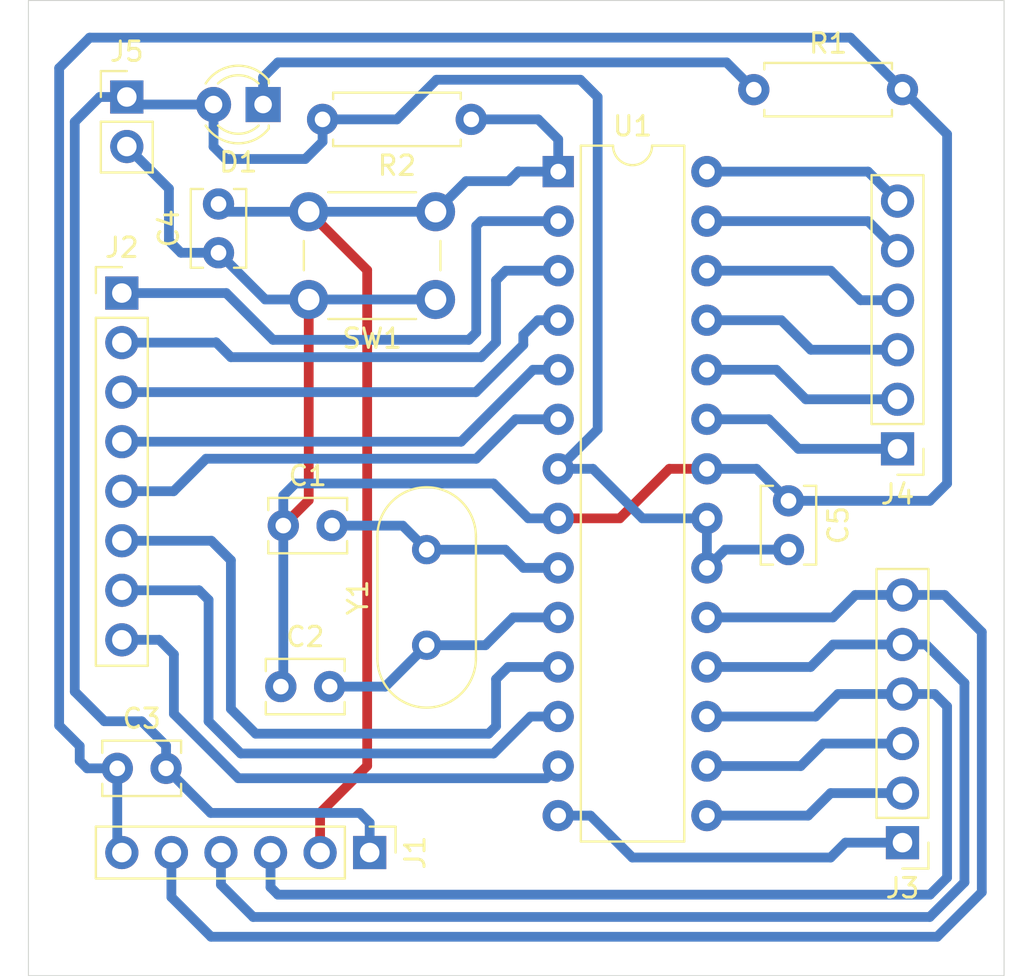
<source format=kicad_pcb>
(kicad_pcb (version 20221018) (generator pcbnew)
  (layers (0 "F.Cu" signal) (31 "B.Cu" signal) (34 "B.Paste" user) (35 "F.Paste" user) (36 "B.SilkS" user "B.Silkscreen") (37 "F.SilkS" user "F.Silkscreen") (38 "B.Mask" user) (39 "F.Mask" user) (44 "Edge.Cuts" user))
  (net 0 "")
  (net 1 "GND")
  (net 2 "Net-(U1-PB6{slash}XTAL1)")
  (net 3 "Net-(U1-PB7{slash}XTAL2)")
  (net 4 "/VCC")
  (net 5 "/RESET")
  (net 6 "Net-(D1-K)")
  (net 7 "/MOSI")
  (net 8 "/MISO")
  (net 9 "/SCK")
  (net 10 "/RXD")
  (net 11 "/TXD")
  (net 12 "/INT0")
  (net 13 "/INT1")
  (net 14 "/XCK{slash}T0")
  (net 15 "/D5_T1")
  (net 16 "/D6_AIN0")
  (net 17 "/D7_AIN1")
  (net 18 "/B0_ICP1")
  (net 19 "/B1_OC1A")
  (net 20 "/B2_SS_OC1B")
  (net 21 "/C0_ADC0")
  (net 22 "/C1_ADC1")
  (net 23 "/C2_ADC2")
  (net 24 "/C3_ADC3")
  (net 25 "/SDA")
  (net 26 "/SCL")
  (footprint "Resistor_THT:R_Axial_DIN0207_L6.3mm_D2.5mm_P7.62mm_Horizontal" (layer "F.Cu") (at 115.062 38.862)
    (fp_text reference "R1" (at 3.81 -2.37) (layer "F.SilkS"))
    (fp_text value "330")
    (fp_line (start 0.54 -1.37) (end 7.08 -1.37) (stroke (width 0.12)) (layer "F.SilkS"))
    (fp_line (start 0.54 -1.04) (end 0.54 -1.37) (stroke (width 0.12)) (layer "F.SilkS"))
    (fp_line (start 0.54 1.04) (end 0.54 1.37) (stroke (width 0.12)) (layer "F.SilkS"))
    (fp_line (start 0.54 1.37) (end 7.08 1.37) (stroke (width 0.12)) (layer "F.SilkS"))
    (fp_line (start 7.08 -1.37) (end 7.08 -1.04) (stroke (width 0.12)) (layer "F.SilkS"))
    (fp_line (start 7.08 1.37) (end 7.08 1.04) (stroke (width 0.12)) (layer "F.SilkS"))
    (pad "1" thru_hole circle (at 0 0) (size 1.6 1.6) (drill 0.8) (layers "*.Cu" "*.Mask") (net 6 "Net-(D1-K)"))
    (pad "2" thru_hole oval (at 7.62 0) (size 1.6 1.6) (drill 0.8) (layers "*.Cu" "*.Mask") (net 1 "GND"))
  )
  (footprint "Capacitor_THT:C_Disc_D3.8mm_W2.6mm_P2.50mm" (layer "F.Cu") (at 82.443 73.66)
    (fp_text reference "C3" (at 1.25 -2.55) (layer "F.SilkS"))
    (fp_text value "0.1uF")
    (fp_line (start -0.77 -1.42) (end -0.77 -0.795) (stroke (width 0.12)) (layer "F.SilkS"))
    (fp_line (start -0.77 -1.42) (end 3.27 -1.42) (stroke (width 0.12)) (layer "F.SilkS"))
    (fp_line (start -0.77 0.795) (end -0.77 1.42) (stroke (width 0.12)) (layer "F.SilkS"))
    (fp_line (start -0.77 1.42) (end 3.27 1.42) (stroke (width 0.12)) (layer "F.SilkS"))
    (fp_line (start 3.27 -1.42) (end 3.27 -0.795) (stroke (width 0.12)) (layer "F.SilkS"))
    (fp_line (start 3.27 0.795) (end 3.27 1.42) (stroke (width 0.12)) (layer "F.SilkS"))
    (pad "1" thru_hole circle (at 0 0) (size 1.6 1.6) (drill 0.8) (layers "*.Cu" "*.Mask") (net 1 "GND"))
    (pad "2" thru_hole circle (at 2.5 0) (size 1.6 1.6) (drill 0.8) (layers "*.Cu" "*.Mask") (net 4 "/VCC"))
  )
  (footprint "Connector_PinHeader_2.54mm:PinHeader_1x06_P2.54mm_Vertical" (layer "F.Cu") (at 122.428 57.277 180)
    (fp_text reference "J4" (at 0 -2.33) (layer "F.SilkS"))
    (fp_text value "Conn_01x06_Pin")
    (fp_line (start -1.33 -1.33) (end 0 -1.33) (stroke (width 0.12)) (layer "F.SilkS"))
    (fp_line (start -1.33 0) (end -1.33 -1.33) (stroke (width 0.12)) (layer "F.SilkS"))
    (fp_line (start -1.33 1.27) (end -1.33 14.03) (stroke (width 0.12)) (layer "F.SilkS"))
    (fp_line (start -1.33 1.27) (end 1.33 1.27) (stroke (width 0.12)) (layer "F.SilkS"))
    (fp_line (start -1.33 14.03) (end 1.33 14.03) (stroke (width 0.12)) (layer "F.SilkS"))
    (fp_line (start 1.33 1.27) (end 1.33 14.03) (stroke (width 0.12)) (layer "F.SilkS"))
    (pad "1" thru_hole rect (at 0 0 180) (size 1.7 1.7) (drill 1) (layers "*.Cu" "*.Mask") (net 21 "/C0_ADC0"))
    (pad "2" thru_hole oval (at 0 2.54 180) (size 1.7 1.7) (drill 1) (layers "*.Cu" "*.Mask") (net 22 "/C1_ADC1"))
    (pad "3" thru_hole oval (at 0 5.08 180) (size 1.7 1.7) (drill 1) (layers "*.Cu" "*.Mask") (net 23 "/C2_ADC2"))
    (pad "4" thru_hole oval (at 0 7.62 180) (size 1.7 1.7) (drill 1) (layers "*.Cu" "*.Mask") (net 24 "/C3_ADC3"))
    (pad "5" thru_hole oval (at 0 10.16 180) (size 1.7 1.7) (drill 1) (layers "*.Cu" "*.Mask") (net 25 "/SDA"))
    (pad "6" thru_hole oval (at 0 12.7 180) (size 1.7 1.7) (drill 1) (layers "*.Cu" "*.Mask") (net 26 "/SCL"))
  )
  (footprint "Connector_PinHeader_2.54mm:PinHeader_1x06_P2.54mm_Vertical" (layer "F.Cu") (at 122.682 77.47 180)
    (fp_text reference "J3" (at 0 -2.33) (layer "F.SilkS"))
    (fp_text value "Conn_01x06_Pin")
    (fp_line (start -1.33 -1.33) (end 0 -1.33) (stroke (width 0.12)) (layer "F.SilkS"))
    (fp_line (start -1.33 0) (end -1.33 -1.33) (stroke (width 0.12)) (layer "F.SilkS"))
    (fp_line (start -1.33 1.27) (end -1.33 14.03) (stroke (width 0.12)) (layer "F.SilkS"))
    (fp_line (start -1.33 1.27) (end 1.33 1.27) (stroke (width 0.12)) (layer "F.SilkS"))
    (fp_line (start -1.33 14.03) (end 1.33 14.03) (stroke (width 0.12)) (layer "F.SilkS"))
    (fp_line (start 1.33 1.27) (end 1.33 14.03) (stroke (width 0.12)) (layer "F.SilkS"))
    (pad "1" thru_hole rect (at 0 0 180) (size 1.7 1.7) (drill 1) (layers "*.Cu" "*.Mask") (net 18 "/B0_ICP1"))
    (pad "2" thru_hole oval (at 0 2.54 180) (size 1.7 1.7) (drill 1) (layers "*.Cu" "*.Mask") (net 19 "/B1_OC1A"))
    (pad "3" thru_hole oval (at 0 5.08 180) (size 1.7 1.7) (drill 1) (layers "*.Cu" "*.Mask") (net 20 "/B2_SS_OC1B"))
    (pad "4" thru_hole oval (at 0 7.62 180) (size 1.7 1.7) (drill 1) (layers "*.Cu" "*.Mask") (net 7 "/MOSI"))
    (pad "5" thru_hole oval (at 0 10.16 180) (size 1.7 1.7) (drill 1) (layers "*.Cu" "*.Mask") (net 8 "/MISO"))
    (pad "6" thru_hole oval (at 0 12.7 180) (size 1.7 1.7) (drill 1) (layers "*.Cu" "*.Mask") (net 9 "/SCK"))
  )
  (footprint "Resistor_THT:R_Axial_DIN0207_L6.3mm_D2.5mm_P7.62mm_Horizontal" (layer "F.Cu") (at 100.584 40.386 180)
    (fp_text reference "R2" (at 3.81 -2.37) (layer "F.SilkS"))
    (fp_text value "10k")
    (fp_line (start 0.54 -1.37) (end 7.08 -1.37) (stroke (width 0.12)) (layer "F.SilkS"))
    (fp_line (start 0.54 -1.04) (end 0.54 -1.37) (stroke (width 0.12)) (layer "F.SilkS"))
    (fp_line (start 0.54 1.04) (end 0.54 1.37) (stroke (width 0.12)) (layer "F.SilkS"))
    (fp_line (start 0.54 1.37) (end 7.08 1.37) (stroke (width 0.12)) (layer "F.SilkS"))
    (fp_line (start 7.08 -1.37) (end 7.08 -1.04) (stroke (width 0.12)) (layer "F.SilkS"))
    (fp_line (start 7.08 1.37) (end 7.08 1.04) (stroke (width 0.12)) (layer "F.SilkS"))
    (pad "1" thru_hole circle (at 0 0 180) (size 1.6 1.6) (drill 0.8) (layers "*.Cu" "*.Mask") (net 5 "/RESET"))
    (pad "2" thru_hole oval (at 7.62 0 180) (size 1.6 1.6) (drill 0.8) (layers "*.Cu" "*.Mask") (net 4 "/VCC"))
  )
  (footprint "Button_Switch_THT:SW_PUSH_6mm" (layer "F.Cu") (at 98.754 49.621 180)
    (fp_text reference "SW1" (at 3.25 -2) (layer "F.SilkS"))
    (fp_text value "SW_Push")
    (fp_line (start -0.25 1.5) (end -0.25 3) (stroke (width 0.12)) (layer "F.SilkS"))
    (fp_line (start 1 5.5) (end 5.5 5.5) (stroke (width 0.12)) (layer "F.SilkS"))
    (fp_line (start 5.5 -1) (end 1 -1) (stroke (width 0.12)) (layer "F.SilkS"))
    (fp_line (start 6.75 3) (end 6.75 1.5) (stroke (width 0.12)) (layer "F.SilkS"))
    (pad "1" thru_hole circle (at 0 0 270) (size 2 2) (drill 1.1) (layers "*.Cu" "*.Mask") (net 1 "GND"))
    (pad "1" thru_hole circle (at 6.5 0 270) (size 2 2) (drill 1.1) (layers "*.Cu" "*.Mask") (net 1 "GND"))
    (pad "2" thru_hole circle (at 0 4.5 270) (size 2 2) (drill 1.1) (layers "*.Cu" "*.Mask") (net 5 "/RESET"))
    (pad "2" thru_hole circle (at 6.5 4.5 270) (size 2 2) (drill 1.1) (layers "*.Cu" "*.Mask") (net 5 "/RESET"))
  )
  (footprint "Connector_PinHeader_2.54mm:PinHeader_1x02_P2.54mm_Vertical" (layer "F.Cu") (at 82.931 39.238)
    (fp_text reference "J5" (at 0 -2.33) (layer "F.SilkS"))
    (fp_text value "Conn_01x02_Pin")
    (fp_line (start -1.33 -1.33) (end 0 -1.33) (stroke (width 0.12)) (layer "F.SilkS"))
    (fp_line (start -1.33 0) (end -1.33 -1.33) (stroke (width 0.12)) (layer "F.SilkS"))
    (fp_line (start -1.33 1.27) (end -1.33 3.87) (stroke (width 0.12)) (layer "F.SilkS"))
    (fp_line (start -1.33 1.27) (end 1.33 1.27) (stroke (width 0.12)) (layer "F.SilkS"))
    (fp_line (start -1.33 3.87) (end 1.33 3.87) (stroke (width 0.12)) (layer "F.SilkS"))
    (fp_line (start 1.33 1.27) (end 1.33 3.87) (stroke (width 0.12)) (layer "F.SilkS"))
    (pad "1" thru_hole rect (at 0 0) (size 1.7 1.7) (drill 1) (layers "*.Cu" "*.Mask") (net 4 "/VCC"))
    (pad "2" thru_hole oval (at 0 2.54) (size 1.7 1.7) (drill 1) (layers "*.Cu" "*.Mask") (net 1 "GND"))
  )
  (footprint "Connector_PinHeader_2.54mm:PinHeader_1x06_P2.54mm_Vertical" (layer "F.Cu") (at 95.377 77.978 -90)
    (fp_text reference "J1" (at 0 -2.33 90) (layer "F.SilkS"))
    (fp_text value "Conn_01x06_Pin")
    (fp_line (start -1.33 -1.33) (end 0 -1.33) (stroke (width 0.12)) (layer "F.SilkS"))
    (fp_line (start -1.33 0) (end -1.33 -1.33) (stroke (width 0.12)) (layer "F.SilkS"))
    (fp_line (start -1.33 1.27) (end -1.33 14.03) (stroke (width 0.12)) (layer "F.SilkS"))
    (fp_line (start -1.33 1.27) (end 1.33 1.27) (stroke (width 0.12)) (layer "F.SilkS"))
    (fp_line (start -1.33 14.03) (end 1.33 14.03) (stroke (width 0.12)) (layer "F.SilkS"))
    (fp_line (start 1.33 1.27) (end 1.33 14.03) (stroke (width 0.12)) (layer "F.SilkS"))
    (pad "1" thru_hole rect (at 0 0 270) (size 1.7 1.7) (drill 1) (layers "*.Cu" "*.Mask") (net 4 "/VCC"))
    (pad "2" thru_hole oval (at 0 2.54 270) (size 1.7 1.7) (drill 1) (layers "*.Cu" "*.Mask") (net 5 "/RESET"))
    (pad "3" thru_hole oval (at 0 5.08 270) (size 1.7 1.7) (drill 1) (layers "*.Cu" "*.Mask") (net 7 "/MOSI"))
    (pad "4" thru_hole oval (at 0 7.62 270) (size 1.7 1.7) (drill 1) (layers "*.Cu" "*.Mask") (net 8 "/MISO"))
    (pad "5" thru_hole oval (at 0 10.16 270) (size 1.7 1.7) (drill 1) (layers "*.Cu" "*.Mask") (net 9 "/SCK"))
    (pad "6" thru_hole oval (at 0 12.7 270) (size 1.7 1.7) (drill 1) (layers "*.Cu" "*.Mask") (net 1 "GND"))
  )
  (footprint "Connector_PinHeader_2.54mm:PinHeader_1x08_P2.54mm_Vertical" (layer "F.Cu") (at 82.677 49.291)
    (fp_text reference "J2" (at 0 -2.33) (layer "F.SilkS"))
    (fp_text value "Conn_01x08_Pin")
    (fp_line (start -1.33 -1.33) (end 0 -1.33) (stroke (width 0.12)) (layer "F.SilkS"))
    (fp_line (start -1.33 0) (end -1.33 -1.33) (stroke (width 0.12)) (layer "F.SilkS"))
    (fp_line (start -1.33 1.27) (end -1.33 19.11) (stroke (width 0.12)) (layer "F.SilkS"))
    (fp_line (start -1.33 1.27) (end 1.33 1.27) (stroke (width 0.12)) (layer "F.SilkS"))
    (fp_line (start -1.33 19.11) (end 1.33 19.11) (stroke (width 0.12)) (layer "F.SilkS"))
    (fp_line (start 1.33 1.27) (end 1.33 19.11) (stroke (width 0.12)) (layer "F.SilkS"))
    (pad "1" thru_hole rect (at 0 0) (size 1.7 1.7) (drill 1) (layers "*.Cu" "*.Mask") (net 10 "/RXD"))
    (pad "2" thru_hole oval (at 0 2.54) (size 1.7 1.7) (drill 1) (layers "*.Cu" "*.Mask") (net 11 "/TXD"))
    (pad "3" thru_hole oval (at 0 5.08) (size 1.7 1.7) (drill 1) (layers "*.Cu" "*.Mask") (net 12 "/INT0"))
    (pad "4" thru_hole oval (at 0 7.62) (size 1.7 1.7) (drill 1) (layers "*.Cu" "*.Mask") (net 13 "/INT1"))
    (pad "5" thru_hole oval (at 0 10.16) (size 1.7 1.7) (drill 1) (layers "*.Cu" "*.Mask") (net 14 "/XCK{slash}T0"))
    (pad "6" thru_hole oval (at 0 12.7) (size 1.7 1.7) (drill 1) (layers "*.Cu" "*.Mask") (net 15 "/D5_T1"))
    (pad "7" thru_hole oval (at 0 15.24) (size 1.7 1.7) (drill 1) (layers "*.Cu" "*.Mask") (net 16 "/D6_AIN0"))
    (pad "8" thru_hole oval (at 0 17.78) (size 1.7 1.7) (drill 1) (layers "*.Cu" "*.Mask") (net 17 "/D7_AIN1"))
  )
  (footprint "Capacitor_THT:C_Disc_D3.8mm_W2.6mm_P2.50mm" (layer "F.Cu") (at 90.825 69.469)
    (fp_text reference "C2" (at 1.25 -2.55) (layer "F.SilkS"))
    (fp_text value "22pF")
    (fp_line (start -0.77 -1.42) (end -0.77 -0.795) (stroke (width 0.12)) (layer "F.SilkS"))
    (fp_line (start -0.77 -1.42) (end 3.27 -1.42) (stroke (width 0.12)) (layer "F.SilkS"))
    (fp_line (start -0.77 0.795) (end -0.77 1.42) (stroke (width 0.12)) (layer "F.SilkS"))
    (fp_line (start -0.77 1.42) (end 3.27 1.42) (stroke (width 0.12)) (layer "F.SilkS"))
    (fp_line (start 3.27 -1.42) (end 3.27 -0.795) (stroke (width 0.12)) (layer "F.SilkS"))
    (fp_line (start 3.27 0.795) (end 3.27 1.42) (stroke (width 0.12)) (layer "F.SilkS"))
    (pad "1" thru_hole circle (at 0 0) (size 1.6 1.6) (drill 0.8) (layers "*.Cu" "*.Mask") (net 1 "GND"))
    (pad "2" thru_hole circle (at 2.5 0) (size 1.6 1.6) (drill 0.8) (layers "*.Cu" "*.Mask") (net 3 "Net-(U1-PB7{slash}XTAL2)"))
  )
  (footprint "LED_THT:LED_D3.0mm" (layer "F.Cu") (at 89.916 39.624 180)
    (fp_text reference "D1" (at 1.27 -2.96) (layer "F.SilkS"))
    (fp_text value "LED")
    (fp_line (start -0.29 -1.236) (end -0.29 -1.08) (stroke (width 0.12)) (layer "F.SilkS"))
    (fp_line (start -0.29 1.08) (end -0.29 1.236) (stroke (width 0.12)) (layer "F.SilkS"))
    (fp_arc (start -0.29 -1.235516) (mid 1.366487 -1.987659) (end 2.942335 -1.078608) (stroke (width 0.12)) (layer "F.SilkS"))
    (fp_arc (start 0.229039 -1.08) (mid 1.270117 -1.5) (end 2.31113 -1.079837) (stroke (width 0.12)) (layer "F.SilkS"))
    (fp_arc (start 2.31113 1.079837) (mid 1.270117 1.5) (end 0.229039 1.08) (stroke (width 0.12)) (layer "F.SilkS"))
    (fp_arc (start 2.942335 1.078608) (mid 1.366487 1.987659) (end -0.29 1.235516) (stroke (width 0.12)) (layer "F.SilkS"))
    (pad "1" thru_hole rect (at 0 0 180) (size 1.8 1.8) (drill 0.9) (layers "*.Cu" "*.Mask") (net 6 "Net-(D1-K)"))
    (pad "2" thru_hole circle (at 2.54 0 180) (size 1.8 1.8) (drill 0.9) (layers "*.Cu" "*.Mask") (net 4 "/VCC"))
  )
  (footprint "Capacitor_THT:C_Disc_D3.8mm_W2.6mm_P2.50mm" (layer "F.Cu") (at 87.63 47.224 90)
    (fp_text reference "C4" (at 1.25 -2.55 90) (layer "F.SilkS"))
    (fp_text value "0.1uF")
    (fp_line (start -0.77 -1.42) (end -0.77 -0.795) (stroke (width 0.12)) (layer "F.SilkS"))
    (fp_line (start -0.77 -1.42) (end 3.27 -1.42) (stroke (width 0.12)) (layer "F.SilkS"))
    (fp_line (start -0.77 0.795) (end -0.77 1.42) (stroke (width 0.12)) (layer "F.SilkS"))
    (fp_line (start -0.77 1.42) (end 3.27 1.42) (stroke (width 0.12)) (layer "F.SilkS"))
    (fp_line (start 3.27 -1.42) (end 3.27 -0.795) (stroke (width 0.12)) (layer "F.SilkS"))
    (fp_line (start 3.27 0.795) (end 3.27 1.42) (stroke (width 0.12)) (layer "F.SilkS"))
    (pad "1" thru_hole circle (at 0 0 90) (size 1.6 1.6) (drill 0.8) (layers "*.Cu" "*.Mask") (net 1 "GND"))
    (pad "2" thru_hole circle (at 2.5 0 90) (size 1.6 1.6) (drill 0.8) (layers "*.Cu" "*.Mask") (net 5 "/RESET"))
  )
  (footprint "Capacitor_THT:C_Disc_D3.8mm_W2.6mm_P2.50mm" (layer "F.Cu") (at 116.84 59.944 -90)
    (fp_text reference "C5" (at 1.25 -2.55 90) (layer "F.SilkS"))
    (fp_text value "0.1uF")
    (fp_line (start -0.77 -1.42) (end -0.77 -0.795) (stroke (width 0.12)) (layer "F.SilkS"))
    (fp_line (start -0.77 -1.42) (end 3.27 -1.42) (stroke (width 0.12)) (layer "F.SilkS"))
    (fp_line (start -0.77 0.795) (end -0.77 1.42) (stroke (width 0.12)) (layer "F.SilkS"))
    (fp_line (start -0.77 1.42) (end 3.27 1.42) (stroke (width 0.12)) (layer "F.SilkS"))
    (fp_line (start 3.27 -1.42) (end 3.27 -0.795) (stroke (width 0.12)) (layer "F.SilkS"))
    (fp_line (start 3.27 0.795) (end 3.27 1.42) (stroke (width 0.12)) (layer "F.SilkS"))
    (pad "1" thru_hole circle (at 0 0 270) (size 1.6 1.6) (drill 0.8) (layers "*.Cu" "*.Mask") (net 1 "GND"))
    (pad "2" thru_hole circle (at 2.5 0 270) (size 1.6 1.6) (drill 0.8) (layers "*.Cu" "*.Mask") (net 4 "/VCC"))
  )
  (footprint "Package_DIP:DIP-28_W7.62mm" (layer "F.Cu") (at 105.039 43.063)
    (fp_text reference "U1" (at 3.81 -2.33) (layer "F.SilkS"))
    (fp_text value "ATmega8A-P")
    (fp_line (start 1.16 -1.33) (end 1.16 34.35) (stroke (width 0.12)) (layer "F.SilkS"))
    (fp_line (start 1.16 34.35) (end 6.46 34.35) (stroke (width 0.12)) (layer "F.SilkS"))
    (fp_line (start 2.81 -1.33) (end 1.16 -1.33) (stroke (width 0.12)) (layer "F.SilkS"))
    (fp_line (start 6.46 -1.33) (end 4.81 -1.33) (stroke (width 0.12)) (layer "F.SilkS"))
    (fp_line (start 6.46 34.35) (end 6.46 -1.33) (stroke (width 0.12)) (layer "F.SilkS"))
    (fp_arc (start 4.81 -1.33) (mid 3.81 -0.33) (end 2.81 -1.33) (stroke (width 0.12)) (layer "F.SilkS"))
    (pad "1" thru_hole rect (at 0 0) (size 1.6 1.6) (drill 0.8) (layers "*.Cu" "*.Mask") (net 5 "/RESET"))
    (pad "2" thru_hole oval (at 0 2.54) (size 1.6 1.6) (drill 0.8) (layers "*.Cu" "*.Mask") (net 10 "/RXD"))
    (pad "3" thru_hole oval (at 0 5.08) (size 1.6 1.6) (drill 0.8) (layers "*.Cu" "*.Mask") (net 11 "/TXD"))
    (pad "4" thru_hole oval (at 0 7.62) (size 1.6 1.6) (drill 0.8) (layers "*.Cu" "*.Mask") (net 12 "/INT0"))
    (pad "5" thru_hole oval (at 0 10.16) (size 1.6 1.6) (drill 0.8) (layers "*.Cu" "*.Mask") (net 13 "/INT1"))
    (pad "6" thru_hole oval (at 0 12.7) (size 1.6 1.6) (drill 0.8) (layers "*.Cu" "*.Mask") (net 14 "/XCK{slash}T0"))
    (pad "7" thru_hole oval (at 0 15.24) (size 1.6 1.6) (drill 0.8) (layers "*.Cu" "*.Mask") (net 4 "/VCC"))
    (pad "8" thru_hole oval (at 0 17.78) (size 1.6 1.6) (drill 0.8) (layers "*.Cu" "*.Mask") (net 1 "GND"))
    (pad "9" thru_hole oval (at 0 20.32) (size 1.6 1.6) (drill 0.8) (layers "*.Cu" "*.Mask") (net 2 "Net-(U1-PB6{slash}XTAL1)"))
    (pad "10" thru_hole oval (at 0 22.86) (size 1.6 1.6) (drill 0.8) (layers "*.Cu" "*.Mask") (net 3 "Net-(U1-PB7{slash}XTAL2)"))
    (pad "11" thru_hole oval (at 0 25.4) (size 1.6 1.6) (drill 0.8) (layers "*.Cu" "*.Mask") (net 15 "/D5_T1"))
    (pad "12" thru_hole oval (at 0 27.94) (size 1.6 1.6) (drill 0.8) (layers "*.Cu" "*.Mask") (net 16 "/D6_AIN0"))
    (pad "13" thru_hole oval (at 0 30.48) (size 1.6 1.6) (drill 0.8) (layers "*.Cu" "*.Mask") (net 17 "/D7_AIN1"))
    (pad "14" thru_hole oval (at 0 33.02) (size 1.6 1.6) (drill 0.8) (layers "*.Cu" "*.Mask") (net 18 "/B0_ICP1"))
    (pad "15" thru_hole oval (at 7.62 33.02) (size 1.6 1.6) (drill 0.8) (layers "*.Cu" "*.Mask") (net 19 "/B1_OC1A"))
    (pad "16" thru_hole oval (at 7.62 30.48) (size 1.6 1.6) (drill 0.8) (layers "*.Cu" "*.Mask") (net 20 "/B2_SS_OC1B"))
    (pad "17" thru_hole oval (at 7.62 27.94) (size 1.6 1.6) (drill 0.8) (layers "*.Cu" "*.Mask") (net 7 "/MOSI"))
    (pad "18" thru_hole oval (at 7.62 25.4) (size 1.6 1.6) (drill 0.8) (layers "*.Cu" "*.Mask") (net 8 "/MISO"))
    (pad "19" thru_hole oval (at 7.62 22.86) (size 1.6 1.6) (drill 0.8) (layers "*.Cu" "*.Mask") (net 9 "/SCK"))
    (pad "20" thru_hole oval (at 7.62 20.32) (size 1.6 1.6) (drill 0.8) (layers "*.Cu" "*.Mask") (net 4 "/VCC"))
    (pad "21" thru_hole oval (at 7.62 17.78) (size 1.6 1.6) (drill 0.8) (layers "*.Cu" "*.Mask") (net 4 "/VCC"))
    (pad "22" thru_hole oval (at 7.62 15.24) (size 1.6 1.6) (drill 0.8) (layers "*.Cu" "*.Mask") (net 1 "GND"))
    (pad "23" thru_hole oval (at 7.62 12.7) (size 1.6 1.6) (drill 0.8) (layers "*.Cu" "*.Mask") (net 21 "/C0_ADC0"))
    (pad "24" thru_hole oval (at 7.62 10.16) (size 1.6 1.6) (drill 0.8) (layers "*.Cu" "*.Mask") (net 22 "/C1_ADC1"))
    (pad "25" thru_hole oval (at 7.62 7.62) (size 1.6 1.6) (drill 0.8) (layers "*.Cu" "*.Mask") (net 23 "/C2_ADC2"))
    (pad "26" thru_hole oval (at 7.62 5.08) (size 1.6 1.6) (drill 0.8) (layers "*.Cu" "*.Mask") (net 24 "/C3_ADC3"))
    (pad "27" thru_hole oval (at 7.62 2.54) (size 1.6 1.6) (drill 0.8) (layers "*.Cu" "*.Mask") (net 25 "/SDA"))
    (pad "28" thru_hole oval (at 7.62 0) (size 1.6 1.6) (drill 0.8) (layers "*.Cu" "*.Mask") (net 26 "/SCL"))
  )
  (footprint "Crystal:Crystal_HC18-U_Vertical" (layer "F.Cu") (at 98.298 67.347 90)
    (fp_text reference "Y1" (at 2.45 -3.525 90) (layer "F.SilkS"))
    (fp_text value "16Mhz")
    (fp_line (start -0.675 -2.525) (end 5.575 -2.525) (stroke (width 0.12)) (layer "F.SilkS"))
    (fp_line (start -0.675 2.525) (end 5.575 2.525) (stroke (width 0.12)) (layer "F.SilkS"))
    (fp_arc (start -0.675 2.525) (mid -3.2 0) (end -0.675 -2.525) (stroke (width 0.12)) (layer "F.SilkS"))
    (fp_arc (start 5.575 -2.525) (mid 8.1 0) (end 5.575 2.525) (stroke (width 0.12)) (layer "F.SilkS"))
    (pad "1" thru_hole circle (at 0 0 90) (size 1.5 1.5) (drill 0.8) (layers "*.Cu" "*.Mask") (net 3 "Net-(U1-PB7{slash}XTAL2)"))
    (pad "2" thru_hole circle (at 4.9 0 90) (size 1.5 1.5) (drill 0.8) (layers "*.Cu" "*.Mask") (net 2 "Net-(U1-PB6{slash}XTAL1)"))
  )
  (footprint "Capacitor_THT:C_Disc_D3.8mm_W2.6mm_P2.50mm" (layer "F.Cu") (at 90.952 61.214)
    (fp_text reference "C1" (at 1.25 -2.55) (layer "F.SilkS"))
    (fp_text value "22pF")
    (fp_line (start -0.77 -1.42) (end -0.77 -0.795) (stroke (width 0.12)) (layer "F.SilkS"))
    (fp_line (start -0.77 -1.42) (end 3.27 -1.42) (stroke (width 0.12)) (layer "F.SilkS"))
    (fp_line (start -0.77 0.795) (end -0.77 1.42) (stroke (width 0.12)) (layer "F.SilkS"))
    (fp_line (start -0.77 1.42) (end 3.27 1.42) (stroke (width 0.12)) (layer "F.SilkS"))
    (fp_line (start 3.27 -1.42) (end 3.27 -0.795) (stroke (width 0.12)) (layer "F.SilkS"))
    (fp_line (start 3.27 0.795) (end 3.27 1.42) (stroke (width 0.12)) (layer "F.SilkS"))
    (pad "1" thru_hole circle (at 0 0) (size 1.6 1.6) (drill 0.8) (layers "*.Cu" "*.Mask") (net 1 "GND"))
    (pad "2" thru_hole circle (at 2.5 0) (size 1.6 1.6) (drill 0.8) (layers "*.Cu" "*.Mask") (net 2 "Net-(U1-PB6{slash}XTAL1)"))
  )
  (gr_rect (start 77.889 34.29) (end 127.889 84.29) (stroke (width 0.05)) (fill none) (layer "Edge.Cuts"))
  (segment (start 110.734 58.303) (end 112.659 58.303) (width 0.5) (layer "F.Cu") (net 1))
  (segment (start 105.039 60.843) (end 108.194 60.843) (width 0.5) (layer "F.Cu") (net 1))
  (segment (start 92.254 59.912) (end 90.952 61.214) (width 0.5) (layer "F.Cu") (net 1))
  (segment (start 108.194 60.843) (end 110.734 58.303) (width 0.5) (layer "F.Cu") (net 1))
  (segment (start 92.254 49.621) (end 92.254 59.912) (width 0.5) (layer "F.Cu") (net 1))
  (segment (start 115.199 58.303) (end 116.84 59.944) (width 0.5) (layer "B.Cu") (net 1))
  (segment (start 80.899 73.66) (end 82.443 73.66) (width 0.5) (layer "B.Cu") (net 1))
  (segment (start 124.968 41.148) (end 122.682 38.862) (width 0.5) (layer "B.Cu") (net 1))
  (segment (start 85.09 46.609) (end 85.705 47.224) (width 0.5) (layer "B.Cu") (net 1))
  (segment (start 79.464 37.757) (end 79.464 71.463) (width 0.5) (layer "B.Cu") (net 1))
  (segment (start 116.84 59.944) (end 124.079 59.944) (width 0.5) (layer "B.Cu") (net 1))
  (segment (start 120.015 36.195) (end 81.026 36.195) (width 0.5) (layer "B.Cu") (net 1))
  (segment (start 90.952 59.67) (end 91.567 59.055) (width 0.5) (layer "B.Cu") (net 1))
  (segment (start 103.515 60.843) (end 105.039 60.843) (width 0.5) (layer "B.Cu") (net 1))
  (segment (start 79.464 71.463) (end 80.518 72.517) (width 0.5) (layer "B.Cu") (net 1))
  (segment (start 91.567 59.055) (end 101.727 59.055) (width 0.5) (layer "B.Cu") (net 1))
  (segment (start 82.443 73.66) (end 82.443 77.744) (width 0.5) (layer "B.Cu") (net 1))
  (segment (start 90.027 49.621) (end 92.254 49.621) (width 0.5) (layer "B.Cu") (net 1))
  (segment (start 90.952 61.214) (end 90.952 69.342) (width 0.5) (layer "B.Cu") (net 1))
  (segment (start 85.09 43.937) (end 85.09 46.609) (width 0.5) (layer "B.Cu") (net 1))
  (segment (start 80.518 73.279) (end 80.899 73.66) (width 0.5) (layer "B.Cu") (net 1))
  (segment (start 85.705 47.224) (end 87.63 47.224) (width 0.5) (layer "B.Cu") (net 1))
  (segment (start 82.443 77.744) (end 82.677 77.978) (width 0.5) (layer "B.Cu") (net 1))
  (segment (start 90.952 69.342) (end 90.825 69.469) (width 0.5) (layer "B.Cu") (net 1))
  (segment (start 92.254 49.621) (end 98.754 49.621) (width 0.5) (layer "B.Cu") (net 1))
  (segment (start 124.079 59.944) (end 124.968 59.055) (width 0.5) (layer "B.Cu") (net 1))
  (segment (start 82.931 41.778) (end 85.09 43.937) (width 0.5) (layer "B.Cu") (net 1))
  (segment (start 124.968 59.055) (end 124.968 41.148) (width 0.5) (layer "B.Cu") (net 1))
  (segment (start 90.952 61.214) (end 90.952 59.67) (width 0.5) (layer "B.Cu") (net 1))
  (segment (start 87.63 47.224) (end 90.027 49.621) (width 0.5) (layer "B.Cu") (net 1))
  (segment (start 122.682 38.862) (end 120.015 36.195) (width 0.5) (layer "B.Cu") (net 1))
  (segment (start 112.659 58.303) (end 115.199 58.303) (width 0.5) (layer "B.Cu") (net 1))
  (segment (start 101.727 59.055) (end 103.515 60.843) (width 0.5) (layer "B.Cu") (net 1))
  (segment (start 81.026 36.195) (end 79.464 37.757) (width 0.5) (layer "B.Cu") (net 1))
  (segment (start 80.518 72.517) (end 80.518 73.279) (width 0.5) (layer "B.Cu") (net 1))
  (segment (start 103.261 63.383) (end 105.039 63.383) (width 0.5) (layer "B.Cu") (net 2))
  (segment (start 102.325 62.447) (end 103.261 63.383) (width 0.5) (layer "B.Cu") (net 2))
  (segment (start 98.298 62.447) (end 102.325 62.447) (width 0.5) (layer "B.Cu") (net 2))
  (segment (start 93.452 61.214) (end 97.065 61.214) (width 0.5) (layer "B.Cu") (net 2))
  (segment (start 97.065 61.214) (end 98.298 62.447) (width 0.5) (layer "B.Cu") (net 2))
  (segment (start 102.733 65.923) (end 105.039 65.923) (width 0.5) (layer "B.Cu") (net 3))
  (segment (start 98.298 67.347) (end 101.309 67.347) (width 0.5) (layer "B.Cu") (net 3))
  (segment (start 96.176 69.469) (end 98.298 67.347) (width 0.5) (layer "B.Cu") (net 3))
  (segment (start 101.309 67.347) (end 102.733 65.923) (width 0.5) (layer "B.Cu") (net 3))
  (segment (start 93.325 69.469) (end 96.176 69.469) (width 0.5) (layer "B.Cu") (net 3))
  (segment (start 80.264 69.723) (end 81.788 71.247) (width 0.5) (layer "B.Cu") (net 4))
  (segment (start 112.659 60.843) (end 109.357 60.843) (width 0.5) (layer "B.Cu") (net 4))
  (segment (start 82.931 39.243) (end 83.312 39.624) (width 0.5) (layer "B.Cu") (net 4))
  (segment (start 113.598 62.444) (end 112.659 63.383) (width 0.5) (layer "B.Cu") (net 4))
  (segment (start 98.806 38.354) (end 96.774 40.386) (width 0.5) (layer "B.Cu") (net 4))
  (segment (start 84.943 73.66) (end 87.229 75.946) (width 0.5) (layer "B.Cu") (net 4))
  (segment (start 87.376 41.783) (end 88.011 42.418) (width 0.5) (layer "B.Cu") (net 4))
  (segment (start 105.039 58.303) (end 107.061 56.281) (width 0.5) (layer "B.Cu") (net 4))
  (segment (start 107.061 39.243) (end 106.172 38.354) (width 0.5) (layer "B.Cu") (net 4))
  (segment (start 95.377 76.454) (end 95.377 77.978) (width 0.5) (layer "B.Cu") (net 4))
  (segment (start 109.357 60.843) (end 106.817 58.303) (width 0.5) (layer "B.Cu") (net 4))
  (segment (start 106.817 58.303) (end 105.039 58.303) (width 0.5) (layer "B.Cu") (net 4))
  (segment (start 94.869 75.946) (end 95.377 76.454) (width 0.5) (layer "B.Cu") (net 4))
  (segment (start 112.659 60.843) (end 112.659 63.383) (width 0.5) (layer "B.Cu") (net 4))
  (segment (start 84.943 72.497) (end 84.943 73.66) (width 0.5) (layer "B.Cu") (net 4))
  (segment (start 116.84 62.444) (end 113.598 62.444) (width 0.5) (layer "B.Cu") (net 4))
  (segment (start 96.774 40.386) (end 92.964 40.386) (width 0.5) (layer "B.Cu") (net 4))
  (segment (start 106.172 38.354) (end 98.806 38.354) (width 0.5) (layer "B.Cu") (net 4))
  (segment (start 83.693 71.247) (end 84.943 72.497) (width 0.5) (layer "B.Cu") (net 4))
  (segment (start 83.312 39.624) (end 87.376 39.624) (width 0.5) (layer "B.Cu") (net 4))
  (segment (start 87.229 75.946) (end 94.869 75.946) (width 0.5) (layer "B.Cu") (net 4))
  (segment (start 82.931 39.238) (end 82.931 39.243) (width 0.5) (layer "B.Cu") (net 4))
  (segment (start 92.075 42.418) (end 92.964 41.529) (width 0.5) (layer "B.Cu") (net 4))
  (segment (start 92.964 41.529) (end 92.964 40.386) (width 0.5) (layer "B.Cu") (net 4))
  (segment (start 81.539 39.238) (end 80.264 40.513) (width 0.5) (layer "B.Cu") (net 4))
  (segment (start 82.931 39.238) (end 81.539 39.238) (width 0.5) (layer "B.Cu") (net 4))
  (segment (start 88.011 42.418) (end 92.075 42.418) (width 0.5) (layer "B.Cu") (net 4))
  (segment (start 81.788 71.247) (end 83.693 71.247) (width 0.5) (layer "B.Cu") (net 4))
  (segment (start 80.264 40.513) (end 80.264 69.723) (width 0.5) (layer "B.Cu") (net 4))
  (segment (start 107.061 56.281) (end 107.061 39.243) (width 0.5) (layer "B.Cu") (net 4))
  (segment (start 87.376 39.624) (end 87.376 41.783) (width 0.5) (layer "B.Cu") (net 4))
  (segment (start 92.837 75.946) (end 92.837 77.978) (width 0.5) (layer "F.Cu") (net 5))
  (segment (start 95.25 48.117) (end 95.25 73.533) (width 0.5) (layer "F.Cu") (net 5))
  (segment (start 95.25 73.533) (end 92.837 75.946) (width 0.5) (layer "F.Cu") (net 5))
  (segment (start 92.254 45.121) (end 95.25 48.117) (width 0.5) (layer "F.Cu") (net 5))
  (segment (start 104.013 40.386) (end 105.039 41.412) (width 0.5) (layer "B.Cu") (net 5))
  (segment (start 100.584 40.386) (end 104.013 40.386) (width 0.5) (layer "B.Cu") (net 5))
  (segment (start 102.497 43.553) (end 102.997 43.053) (width 0.5) (layer "B.Cu") (net 5))
  (segment (start 92.254 45.121) (end 88.027 45.121) (width 0.5) (layer "B.Cu") (net 5))
  (segment (start 98.754 45.121) (end 100.322 43.553) (width 0.5) (layer "B.Cu") (net 5))
  (segment (start 102.997 43.053) (end 103.007 43.063) (width 0.5) (layer "B.Cu") (net 5))
  (segment (start 88.027 45.121) (end 87.63 44.724) (width 0.5) (layer "B.Cu") (net 5))
  (segment (start 92.254 45.121) (end 98.754 45.121) (width 0.5) (layer "B.Cu") (net 5))
  (segment (start 105.039 41.412) (end 105.039 43.063) (width 0.5) (layer "B.Cu") (net 5))
  (segment (start 100.322 43.553) (end 102.497 43.553) (width 0.5) (layer "B.Cu") (net 5))
  (segment (start 103.007 43.063) (end 105.039 43.063) (width 0.5) (layer "B.Cu") (net 5))
  (segment (start 90.678 37.465) (end 113.665 37.465) (width 0.5) (layer "B.Cu") (net 6))
  (segment (start 89.916 39.624) (end 89.916 38.227) (width 0.5) (layer "B.Cu") (net 6))
  (segment (start 113.665 37.465) (end 115.062 38.862) (width 0.5) (layer "B.Cu") (net 6))
  (segment (start 89.916 38.227) (end 90.678 37.465) (width 0.5) (layer "B.Cu") (net 6))
  (segment (start 118.227 71.003) (end 119.38 69.85) (width 0.5) (layer "B.Cu") (net 7))
  (segment (start 90.297 79.756) (end 90.678 80.137) (width 0.5) (layer "B.Cu") (net 7))
  (segment (start 112.659 71.003) (end 118.227 71.003) (width 0.5) (layer "B.Cu") (net 7))
  (segment (start 90.297 77.978) (end 90.297 79.756) (width 0.5) (layer "B.Cu") (net 7))
  (segment (start 90.678 80.137) (end 124.09063 80.137) (width 0.5) (layer "B.Cu") (net 7))
  (segment (start 124.09063 80.137) (end 124.968 79.25963) (width 0.5) (layer "B.Cu") (net 7))
  (segment (start 124.968 79.25963) (end 124.968 70.485) (width 0.5) (layer "B.Cu") (net 7))
  (segment (start 124.333 69.85) (end 122.682 69.85) (width 0.5) (layer "B.Cu") (net 7))
  (segment (start 119.38 69.85) (end 122.682 69.85) (width 0.5) (layer "B.Cu") (net 7))
  (segment (start 124.968 70.485) (end 124.333 69.85) (width 0.5) (layer "B.Cu") (net 7))
  (segment (start 87.757 79.629) (end 87.757 77.978) (width 0.5) (layer "B.Cu") (net 8))
  (segment (start 125.857 79.502) (end 124.079 81.28) (width 0.5) (layer "B.Cu") (net 8))
  (segment (start 122.682 67.31) (end 123.884081 67.31) (width 0.5) (layer "B.Cu") (net 8))
  (segment (start 112.659 68.463) (end 117.973 68.463) (width 0.5) (layer "B.Cu") (net 8))
  (segment (start 124.079 81.28) (end 89.408 81.28) (width 0.5) (layer "B.Cu") (net 8))
  (segment (start 117.973 68.463) (end 119.126 67.31) (width 0.5) (layer "B.Cu") (net 8))
  (segment (start 125.857 69.282919) (end 125.857 79.502) (width 0.5) (layer "B.Cu") (net 8))
  (segment (start 89.408 81.28) (end 87.757 79.629) (width 0.5) (layer "B.Cu") (net 8))
  (segment (start 123.884081 67.31) (end 125.857 69.282919) (width 0.5) (layer "B.Cu") (net 8))
  (segment (start 119.126 67.31) (end 122.682 67.31) (width 0.5) (layer "B.Cu") (net 8))
  (segment (start 85.217 80.264) (end 85.217 77.978) (width 0.5) (layer "B.Cu") (net 9))
  (segment (start 122.682 64.77) (end 124.841 64.77) (width 0.5) (layer "B.Cu") (net 9))
  (segment (start 87.249 82.296) (end 85.217 80.264) (width 0.5) (layer "B.Cu") (net 9))
  (segment (start 119.116 65.923) (end 120.269 64.77) (width 0.5) (layer "B.Cu") (net 9))
  (segment (start 124.46 82.296) (end 87.249 82.296) (width 0.5) (layer "B.Cu") (net 9))
  (segment (start 126.746 80.01) (end 124.46 82.296) (width 0.5) (layer "B.Cu") (net 9))
  (segment (start 120.269 64.77) (end 122.682 64.77) (width 0.5) (layer "B.Cu") (net 9))
  (segment (start 124.841 64.77) (end 126.746 66.675) (width 0.5) (layer "B.Cu") (net 9))
  (segment (start 112.659 65.923) (end 119.116 65.923) (width 0.5) (layer "B.Cu") (net 9))
  (segment (start 126.746 66.675) (end 126.746 80.01) (width 0.5) (layer "B.Cu") (net 9))
  (segment (start 100.838 45.847) (end 100.838 51.308) (width 0.5) (layer "B.Cu") (net 10))
  (segment (start 90.424 51.689) (end 88.026 49.291) (width 0.5) (layer "B.Cu") (net 10))
  (segment (start 88.026 49.291) (end 82.677 49.291) (width 0.5) (layer "B.Cu") (net 10))
  (segment (start 100.838 51.308) (end 100.457 51.689) (width 0.5) (layer "B.Cu") (net 10))
  (segment (start 105.039 45.603) (end 101.082 45.603) (width 0.5) (layer "B.Cu") (net 10))
  (segment (start 100.457 51.689) (end 90.424 51.689) (width 0.5) (layer "B.Cu") (net 10))
  (segment (start 101.082 45.603) (end 100.838 45.847) (width 0.5) (layer "B.Cu") (net 10))
  (segment (start 87.503 51.816) (end 87.488 51.831) (width 0.5) (layer "B.Cu") (net 11))
  (segment (start 101.854 48.641) (end 101.854 51.816) (width 0.5) (layer "B.Cu") (net 11))
  (segment (start 101.092 52.578) (end 88.265 52.578) (width 0.5) (layer "B.Cu") (net 11))
  (segment (start 102.352 48.143) (end 101.854 48.641) (width 0.5) (layer "B.Cu") (net 11))
  (segment (start 101.854 51.816) (end 101.092 52.578) (width 0.5) (layer "B.Cu") (net 11))
  (segment (start 88.265 52.578) (end 87.503 51.816) (width 0.5) (layer "B.Cu") (net 11))
  (segment (start 87.488 51.831) (end 82.677 51.831) (width 0.5) (layer "B.Cu") (net 11))
  (segment (start 105.039 48.143) (end 102.352 48.143) (width 0.5) (layer "B.Cu") (net 11))
  (segment (start 100.823 54.371) (end 82.677 54.371) (width 0.5) (layer "B.Cu") (net 12))
  (segment (start 104.003 50.683) (end 103.251 51.435) (width 0.5) (layer "B.Cu") (net 12))
  (segment (start 105.039 50.683) (end 104.003 50.683) (width 0.5) (layer "B.Cu") (net 12))
  (segment (start 103.251 51.943) (end 100.823 54.371) (width 0.5) (layer "B.Cu") (net 12))
  (segment (start 103.251 51.435) (end 103.251 51.943) (width 0.5) (layer "B.Cu") (net 12))
  (segment (start 105.039 53.223) (end 103.749 53.223) (width 0.5) (layer "B.Cu") (net 13))
  (segment (start 103.749 53.223) (end 100.061 56.911) (width 0.5) (layer "B.Cu") (net 13))
  (segment (start 100.061 56.911) (end 82.677 56.911) (width 0.5) (layer "B.Cu") (net 13))
  (segment (start 105.039 55.763) (end 102.86 55.763) (width 0.5) (layer "B.Cu") (net 14))
  (segment (start 102.86 55.763) (end 100.838 57.785) (width 0.5) (layer "B.Cu") (net 14))
  (segment (start 85.329 59.451) (end 82.677 59.451) (width 0.5) (layer "B.Cu") (net 14))
  (segment (start 86.995 57.785) (end 85.329 59.451) (width 0.5) (layer "B.Cu") (net 14))
  (segment (start 100.838 57.785) (end 86.995 57.785) (width 0.5) (layer "B.Cu") (net 14))
  (segment (start 88.265 62.992) (end 87.264 61.991) (width 0.5) (layer "B.Cu") (net 15))
  (segment (start 105.039 68.463) (end 102.479 68.463) (width 0.5) (layer "B.Cu") (net 15))
  (segment (start 89.535 71.882) (end 88.265 70.612) (width 0.5) (layer "B.Cu") (net 15))
  (segment (start 101.854 69.088) (end 101.854 71.501) (width 0.5) (layer "B.Cu") (net 15))
  (segment (start 101.854 71.501) (end 101.473 71.882) (width 0.5) (layer "B.Cu") (net 15))
  (segment (start 88.265 70.612) (end 88.265 62.992) (width 0.5) (layer "B.Cu") (net 15))
  (segment (start 102.479 68.463) (end 101.854 69.088) (width 0.5) (layer "B.Cu") (net 15))
  (segment (start 101.473 71.882) (end 89.535 71.882) (width 0.5) (layer "B.Cu") (net 15))
  (segment (start 87.264 61.991) (end 82.677 61.991) (width 0.5) (layer "B.Cu") (net 15))
  (segment (start 105.039 71.003) (end 103.622 71.003) (width 0.5) (layer "B.Cu") (net 16))
  (segment (start 88.773 72.898) (end 87.122 71.247) (width 0.5) (layer "B.Cu") (net 16))
  (segment (start 87.122 71.247) (end 87.122 65.024) (width 0.5) (layer "B.Cu") (net 16))
  (segment (start 87.122 65.024) (end 86.629 64.531) (width 0.5) (layer "B.Cu") (net 16))
  (segment (start 86.629 64.531) (end 82.677 64.531) (width 0.5) (layer "B.Cu") (net 16))
  (segment (start 103.622 71.003) (end 101.727 72.898) (width 0.5) (layer "B.Cu") (net 16))
  (segment (start 101.727 72.898) (end 88.773 72.898) (width 0.5) (layer "B.Cu") (net 16))
  (segment (start 88.646 74.168) (end 85.344 70.866) (width 0.5) (layer "B.Cu") (net 17))
  (segment (start 84.597 67.071) (end 82.677 67.071) (width 0.5) (layer "B.Cu") (net 17))
  (segment (start 104.414 74.168) (end 88.646 74.168) (width 0.5) (layer "B.Cu") (net 17))
  (segment (start 105.039 73.543) (end 104.414 74.168) (width 0.5) (layer "B.Cu") (net 17))
  (segment (start 85.344 70.866) (end 85.344 67.818) (width 0.5) (layer "B.Cu") (net 17))
  (segment (start 85.344 67.818) (end 84.597 67.071) (width 0.5) (layer "B.Cu") (net 17))
  (segment (start 119.761 77.47) (end 122.682 77.47) (width 0.5) (layer "B.Cu") (net 18))
  (segment (start 106.69 76.083) (end 108.839 78.232) (width 0.5) (layer "B.Cu") (net 18))
  (segment (start 108.839 78.232) (end 118.999 78.232) (width 0.5) (layer "B.Cu") (net 18))
  (segment (start 118.999 78.232) (end 119.761 77.47) (width 0.5) (layer "B.Cu") (net 18))
  (segment (start 105.039 76.083) (end 106.69 76.083) (width 0.5) (layer "B.Cu") (net 18))
  (segment (start 112.659 76.083) (end 117.846 76.083) (width 0.5) (layer "B.Cu") (net 19))
  (segment (start 117.846 76.083) (end 118.999 74.93) (width 0.5) (layer "B.Cu") (net 19))
  (segment (start 118.999 74.93) (end 122.682 74.93) (width 0.5) (layer "B.Cu") (net 19))
  (segment (start 118.618 72.39) (end 122.682 72.39) (width 0.5) (layer "B.Cu") (net 20))
  (segment (start 112.659 73.543) (end 117.465 73.543) (width 0.5) (layer "B.Cu") (net 20))
  (segment (start 117.465 73.543) (end 118.618 72.39) (width 0.5) (layer "B.Cu") (net 20))
  (segment (start 117.348 57.277) (end 122.428 57.277) (width 0.5) (layer "B.Cu") (net 21))
  (segment (start 115.834 55.763) (end 117.348 57.277) (width 0.5) (layer "B.Cu") (net 21))
  (segment (start 112.659 55.763) (end 115.834 55.763) (width 0.5) (layer "B.Cu") (net 21))
  (segment (start 116.215 53.223) (end 117.729 54.737) (width 0.5) (layer "B.Cu") (net 22))
  (segment (start 117.729 54.737) (end 122.428 54.737) (width 0.5) (layer "B.Cu") (net 22))
  (segment (start 112.659 53.223) (end 116.215 53.223) (width 0.5) (layer "B.Cu") (net 22))
  (segment (start 117.983 52.197) (end 122.428 52.197) (width 0.5) (layer "B.Cu") (net 23))
  (segment (start 112.659 50.683) (end 116.469 50.683) (width 0.5) (layer "B.Cu") (net 23))
  (segment (start 116.469 50.683) (end 117.983 52.197) (width 0.5) (layer "B.Cu") (net 23))
  (segment (start 119.009 48.143) (end 120.523 49.657) (width 0.5) (layer "B.Cu") (net 24))
  (segment (start 112.659 48.143) (end 119.009 48.143) (width 0.5) (layer "B.Cu") (net 24))
  (segment (start 120.523 49.657) (end 122.428 49.657) (width 0.5) (layer "B.Cu") (net 24))
  (segment (start 120.914 45.603) (end 122.428 47.117) (width 0.5) (layer "B.Cu") (net 25))
  (segment (start 112.659 45.603) (end 120.914 45.603) (width 0.5) (layer "B.Cu") (net 25))
  (segment (start 112.659 43.063) (end 120.914 43.063) (width 0.5) (layer "B.Cu") (net 26))
  (segment (start 120.914 43.063) (end 122.428 44.577) (width 0.5) (layer "B.Cu") (net 26))
)
</source>
